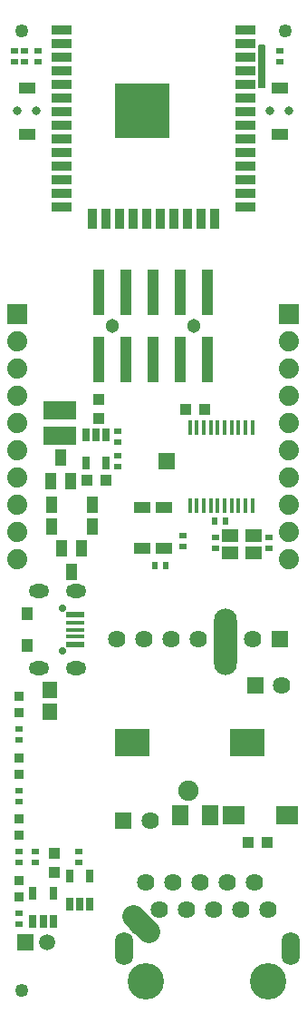
<source format=gbr>
G04 #@! TF.GenerationSoftware,KiCad,Pcbnew,5.1.0-rc2-unknown-036be7d~80~ubuntu16.04.1*
G04 #@! TF.CreationDate,2021-12-23T14:11:39+02:00*
G04 #@! TF.ProjectId,ESP32-PoE-ISO_Rev_I,45535033-322d-4506-9f45-2d49534f5f52,I*
G04 #@! TF.SameCoordinates,Original*
G04 #@! TF.FileFunction,Soldermask,Top*
G04 #@! TF.FilePolarity,Negative*
%FSLAX46Y46*%
G04 Gerber Fmt 4.6, Leading zero omitted, Abs format (unit mm)*
G04 Created by KiCad (PCBNEW 5.1.0-rc2-unknown-036be7d~80~ubuntu16.04.1) date 2021-12-23 14:11:39*
%MOMM*%
%LPD*%
G04 APERTURE LIST*
%ADD10C,2.101600*%
%ADD11R,5.101600X5.101600*%
%ADD12R,1.901600X0.901600*%
%ADD13R,0.901600X1.901600*%
%ADD14R,1.601600X1.001600*%
%ADD15C,0.801600*%
%ADD16R,3.101600X1.701600*%
%ADD17C,1.625600*%
%ADD18R,1.625600X1.625600*%
%ADD19R,1.501600X1.501600*%
%ADD20C,1.501600*%
%ADD21R,1.501600X1.301600*%
%ADD22R,1.501600X1.101600*%
%ADD23C,2.133600*%
%ADD24C,2.133600*%
%ADD25R,1.101600X1.501600*%
%ADD26R,0.651600X0.601600*%
%ADD27R,0.651600X1.301600*%
%ADD28R,1.371600X1.625600*%
%ADD29R,0.901600X0.901600*%
%ADD30R,0.601600X0.651600*%
%ADD31C,1.879600*%
%ADD32R,1.879600X1.879600*%
%ADD33R,1.117600X1.117600*%
%ADD34R,0.426600X1.371600*%
%ADD35C,1.254000*%
%ADD36R,1.524000X1.524000*%
%ADD37R,3.301600X2.601600*%
%ADD38O,2.133600X6.197600*%
%ADD39C,1.301600*%
%ADD40R,1.101600X4.351600*%
%ADD41R,1.751600X0.601600*%
%ADD42R,1.751600X0.426600*%
%ADD43C,0.701600*%
%ADD44R,1.101600X1.201600*%
%ADD45O,1.901600X1.301600*%
%ADD46C,3.401601*%
%ADD47O,1.701600X3.101599*%
%ADD48R,2.101600X1.801600*%
%ADD49R,1.625600X1.879600*%
%ADD50C,1.901600*%
%ADD51C,0.203200*%
G04 APERTURE END LIST*
D10*
X103140000Y-104235000D03*
D11*
X103140000Y-104235000D03*
D12*
X112740000Y-96725000D03*
X112740000Y-97995000D03*
X112740000Y-99265000D03*
X112740000Y-100535000D03*
X112740000Y-101805000D03*
X112740000Y-103075000D03*
X112740000Y-104345000D03*
X112740000Y-105615000D03*
X112740000Y-106885000D03*
X112740000Y-108155000D03*
X112740000Y-109425000D03*
X112740000Y-110695000D03*
X112740000Y-111965000D03*
X112740000Y-113235000D03*
D13*
X109870000Y-114335000D03*
X108600000Y-114335000D03*
X107330000Y-114335000D03*
X106060000Y-114335000D03*
X104790000Y-114335000D03*
X103520000Y-114335000D03*
X102250000Y-114335000D03*
X100980000Y-114335000D03*
X99710000Y-114335000D03*
X98440000Y-114335000D03*
D12*
X95540000Y-113235000D03*
X95540000Y-111965000D03*
X95540000Y-110695000D03*
X95540000Y-109425000D03*
X95540000Y-108155000D03*
X95540000Y-106885000D03*
X95540000Y-105615000D03*
X95540000Y-104345000D03*
X95540000Y-103075000D03*
X95540000Y-101805000D03*
X95540000Y-100535000D03*
X95540000Y-99265000D03*
X95540000Y-97995000D03*
X95540000Y-96725000D03*
D14*
X115959000Y-106444000D03*
X115959000Y-102090000D03*
D15*
X115059000Y-104267000D03*
X116859000Y-104267000D03*
D14*
X92321000Y-106444000D03*
X92321000Y-102090000D03*
D15*
X91421000Y-104267000D03*
X93221000Y-104267000D03*
D16*
X95377000Y-132150000D03*
X95377000Y-134550000D03*
D17*
X113411000Y-153543000D03*
D18*
X115951000Y-153543000D03*
D17*
X108331000Y-153543000D03*
X105791000Y-153543000D03*
X100711000Y-153543000D03*
X103251000Y-153543000D03*
D19*
X92209620Y-181759860D03*
D20*
X94221300Y-181757320D03*
D21*
X111338000Y-143853000D03*
X113538000Y-145453000D03*
X113538000Y-143853000D03*
X111338000Y-145453000D03*
D17*
X103866000Y-170434000D03*
D18*
X101366000Y-170434000D03*
D22*
X105156000Y-145029000D03*
X105156000Y-141229000D03*
X103124000Y-145029000D03*
X103124000Y-141229000D03*
D23*
X102971600Y-180098700D03*
D24*
X102253180Y-179380280D02*
X103690020Y-180817120D01*
D25*
X94620000Y-140970000D03*
X98420000Y-140970000D03*
X98420000Y-143002000D03*
X94620000Y-143002000D03*
D26*
X92075000Y-99695000D03*
X92075000Y-98679000D03*
X91186000Y-98679000D03*
X91186000Y-99695000D03*
X93091000Y-173355000D03*
X93091000Y-174371000D03*
D27*
X92903000Y-179862000D03*
X93853000Y-179862000D03*
X94803000Y-179862000D03*
X92903000Y-177262000D03*
X94803000Y-177262000D03*
D28*
X94488000Y-158242000D03*
X94488000Y-160274000D03*
D29*
X91567000Y-164592000D03*
X91567000Y-166116000D03*
X91567000Y-160401000D03*
X91567000Y-158877000D03*
D26*
X97155000Y-173355000D03*
X97155000Y-174371000D03*
X100838000Y-137414000D03*
X100838000Y-136398000D03*
X100838000Y-134112000D03*
X100838000Y-135128000D03*
X91567000Y-174371000D03*
X91567000Y-173355000D03*
X91567000Y-162941000D03*
X91567000Y-161925000D03*
X91567000Y-168656000D03*
X91567000Y-167640000D03*
X91567000Y-180086000D03*
X91567000Y-179070000D03*
D30*
X104267000Y-146685000D03*
X105283000Y-146685000D03*
X110871000Y-142494000D03*
X109855000Y-142494000D03*
D31*
X116840000Y-146080000D03*
X116840000Y-143540000D03*
X116840000Y-138460000D03*
X116840000Y-141000000D03*
X116840000Y-135920000D03*
X116840000Y-133380000D03*
D32*
X116840000Y-123220000D03*
D31*
X116840000Y-125760000D03*
X116840000Y-128300000D03*
X116840000Y-130840000D03*
X91440000Y-130840000D03*
X91440000Y-128300000D03*
X91440000Y-125760000D03*
D32*
X91440000Y-123220000D03*
D31*
X91440000Y-133380000D03*
X91440000Y-135920000D03*
X91440000Y-141000000D03*
X91440000Y-138460000D03*
X91440000Y-143540000D03*
X91440000Y-146080000D03*
D33*
X99695000Y-138684000D03*
X97917000Y-138684000D03*
X94869000Y-173482000D03*
X94869000Y-175260000D03*
D27*
X99756000Y-134463000D03*
X98806000Y-134463000D03*
X97856000Y-134463000D03*
X99756000Y-137063000D03*
X97856000Y-137063000D03*
D34*
X107565000Y-141033500D03*
X108215000Y-141033500D03*
X108865000Y-141033500D03*
X109515000Y-141033500D03*
X110165000Y-141033500D03*
X110815000Y-141033500D03*
X111465000Y-141033500D03*
X112115000Y-141033500D03*
X112765000Y-141033500D03*
X113415000Y-141033500D03*
X113415000Y-133794500D03*
X112765000Y-133794500D03*
X112115000Y-133794500D03*
X111465000Y-133794500D03*
X110815000Y-133794500D03*
X110165000Y-133794500D03*
X109515000Y-133794500D03*
X108865000Y-133794500D03*
X108215000Y-133794500D03*
X107565000Y-133794500D03*
D35*
X91821000Y-186309000D03*
X116459000Y-96774000D03*
X91821000Y-96774000D03*
D29*
X91567000Y-171831000D03*
X91567000Y-170307000D03*
D33*
X99060000Y-132969000D03*
X99060000Y-131191000D03*
D29*
X91567000Y-177546000D03*
X91567000Y-176022000D03*
D33*
X107188000Y-132080000D03*
X108966000Y-132080000D03*
D25*
X94554040Y-138775440D03*
X96456500Y-138775440D03*
X95501460Y-136565640D03*
X97469960Y-145069560D03*
X95567500Y-145069560D03*
X96522540Y-147279360D03*
D26*
X115951000Y-98679000D03*
X115951000Y-99695000D03*
X114935000Y-145034000D03*
X114935000Y-144018000D03*
D36*
X105410000Y-136906000D03*
D26*
X109982000Y-144018000D03*
X109982000Y-145034000D03*
X93345000Y-99695000D03*
X93345000Y-98679000D03*
D37*
X112919000Y-163195000D03*
X102219000Y-163195000D03*
D26*
X106934000Y-144907000D03*
X106934000Y-143891000D03*
D38*
X110871000Y-153733500D03*
D39*
X107950000Y-124333000D03*
D40*
X99060000Y-127458000D03*
X99060000Y-121208000D03*
X101600000Y-127458000D03*
X101600000Y-121208000D03*
X104140000Y-127458000D03*
X104140000Y-121208000D03*
X106680000Y-127458000D03*
X106680000Y-121208000D03*
X109220000Y-127458000D03*
X109220000Y-121208000D03*
D39*
X100330000Y-124333000D03*
D41*
X96876000Y-151266500D03*
D42*
X96876000Y-152004000D03*
X96876000Y-152654000D03*
X96876000Y-153304000D03*
D41*
X96876000Y-154041500D03*
D43*
X95626000Y-150654000D03*
X95626000Y-154654000D03*
D44*
X92326000Y-151154000D03*
X92326000Y-154154000D03*
D45*
X93476000Y-149054000D03*
X96946000Y-149054000D03*
X96946000Y-156254000D03*
X93476000Y-156254000D03*
D27*
X96332000Y-178211000D03*
X97282000Y-178211000D03*
X98232000Y-178211000D03*
X96332000Y-175611000D03*
X98232000Y-175611000D03*
D46*
X114915000Y-185443000D03*
X103485000Y-185443000D03*
D47*
X117000000Y-182393000D03*
X101400000Y-182393000D03*
D17*
X114915000Y-178793000D03*
X113645000Y-176253000D03*
X112375000Y-178793000D03*
X111105000Y-176253000D03*
X109835000Y-178793000D03*
X108565000Y-176253000D03*
X107295000Y-178793000D03*
X106025000Y-176253000D03*
X104755000Y-178793000D03*
X103485000Y-176253000D03*
X116185000Y-157861000D03*
D18*
X113685000Y-157861000D03*
D48*
X116673000Y-169926000D03*
X111673000Y-169926000D03*
D49*
X106680000Y-169926000D03*
X109474000Y-169926000D03*
D50*
X107442000Y-167646000D03*
D33*
X114808000Y-172466000D03*
X113030000Y-172466000D03*
D51*
G36*
X114579400Y-102006400D02*
G01*
X114020600Y-102006400D01*
X114020600Y-98145600D01*
X114579400Y-98145600D01*
X114579400Y-102006400D01*
X114579400Y-102006400D01*
G37*
X114579400Y-102006400D02*
X114020600Y-102006400D01*
X114020600Y-98145600D01*
X114579400Y-98145600D01*
X114579400Y-102006400D01*
M02*

</source>
